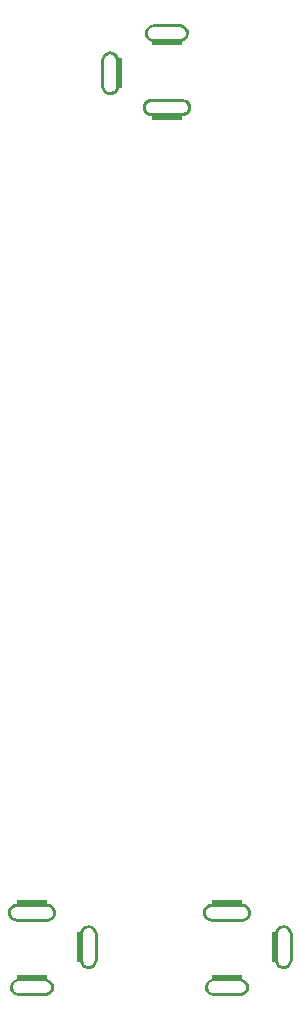
<source format=gtp>
G04 #@! TF.GenerationSoftware,KiCad,Pcbnew,(5.1.10)-1*
G04 #@! TF.CreationDate,2021-11-18T00:00:46-06:00*
G04 #@! TF.ProjectId,Kitty_Cannon_Schematic,4b697474-795f-4436-916e-6e6f6e5f5363,rev?*
G04 #@! TF.SameCoordinates,Original*
G04 #@! TF.FileFunction,Paste,Top*
G04 #@! TF.FilePolarity,Positive*
%FSLAX46Y46*%
G04 Gerber Fmt 4.6, Leading zero omitted, Abs format (unit mm)*
G04 Created by KiCad (PCBNEW (5.1.10)-1) date 2021-11-18 00:00:46*
%MOMM*%
%LPD*%
G01*
G04 APERTURE LIST*
%ADD10C,0.100000*%
%ADD11R,2.500000X0.500000*%
%ADD12R,0.500000X2.500000*%
G04 APERTURE END LIST*
D10*
G36*
X147231100Y-65113600D02*
G01*
X147231100Y-65363600D01*
X148331100Y-65363600D01*
X148331099Y-65363600D01*
X148525214Y-65338045D01*
X148706100Y-65263119D01*
X148861430Y-65143931D01*
X148980619Y-64988600D01*
X149081100Y-64613600D01*
X149055544Y-64419486D01*
X148980619Y-64238600D01*
X148861430Y-64083270D01*
X148706100Y-63964081D01*
X148331100Y-63863600D01*
X147231100Y-63863600D01*
X147231100Y-64113600D01*
X148331100Y-64113600D01*
X148485608Y-64138072D01*
X148624993Y-64209092D01*
X148735608Y-64319707D01*
X148831100Y-64613600D01*
X148831100Y-64613599D01*
X148806628Y-64768107D01*
X148735608Y-64907492D01*
X148624993Y-65018107D01*
X148331100Y-65113600D01*
X147231100Y-65113600D01*
G37*
G36*
X147231100Y-64113600D02*
G01*
X147231100Y-63863600D01*
X146131100Y-63863600D01*
X145936986Y-63889156D01*
X145756100Y-63964081D01*
X145600770Y-64083270D01*
X145481581Y-64238600D01*
X145406656Y-64419486D01*
X145381100Y-64613600D01*
X145381100Y-64613599D01*
X145406656Y-64807713D01*
X145481581Y-64988599D01*
X145600770Y-65143929D01*
X145756100Y-65263118D01*
X145936986Y-65338043D01*
X146131100Y-65363600D01*
X147231100Y-65363600D01*
X147231100Y-65113600D01*
X146131100Y-65113600D01*
X146131101Y-65113600D01*
X145976592Y-65089129D01*
X145837208Y-65018109D01*
X145726591Y-64907493D01*
X145655571Y-64768109D01*
X145631100Y-64613600D01*
X145655572Y-64459092D01*
X145726592Y-64319707D01*
X145837207Y-64209092D01*
X146131100Y-64113600D01*
X147231100Y-64113600D01*
G37*
G36*
X142931100Y-68013600D02*
G01*
X143181100Y-68013600D01*
X143181100Y-66913600D01*
X143155544Y-66719486D01*
X143080619Y-66538600D01*
X142961430Y-66383270D01*
X142806100Y-66264081D01*
X142431100Y-66163600D01*
X142236986Y-66189156D01*
X142056100Y-66264081D01*
X141900770Y-66383270D01*
X141781581Y-66538600D01*
X141706656Y-66719486D01*
X141681100Y-66913600D01*
X141681100Y-68013600D01*
X141931100Y-68013600D01*
X141931100Y-66913600D01*
X141955572Y-66759092D01*
X142026592Y-66619707D01*
X142137207Y-66509092D01*
X142431100Y-66413600D01*
X142585608Y-66438072D01*
X142724993Y-66509092D01*
X142835608Y-66619707D01*
X142931100Y-66913600D01*
X142931100Y-68013600D01*
G37*
G36*
X141931100Y-68013600D02*
G01*
X141681100Y-68013600D01*
X141681100Y-69113600D01*
X141706656Y-69307714D01*
X141781581Y-69488600D01*
X141900770Y-69643930D01*
X142056100Y-69763119D01*
X142236986Y-69838044D01*
X142431100Y-69863600D01*
X142625214Y-69838044D01*
X142806100Y-69763119D01*
X142961430Y-69643930D01*
X143080619Y-69488600D01*
X143155544Y-69307714D01*
X143181100Y-69113600D01*
X143181100Y-68013600D01*
X142931100Y-68013600D01*
X142931100Y-69113600D01*
X142906628Y-69268108D01*
X142835608Y-69407493D01*
X142724993Y-69518108D01*
X142431100Y-69613600D01*
X142276592Y-69589128D01*
X142137207Y-69518108D01*
X142026592Y-69407493D01*
X141931100Y-69113600D01*
X141931100Y-68013600D01*
G37*
G36*
X147231100Y-71413600D02*
G01*
X147231100Y-71663600D01*
X148531100Y-71663600D01*
X148725214Y-71638044D01*
X148906100Y-71563119D01*
X149061430Y-71443930D01*
X149180619Y-71288600D01*
X149255544Y-71107714D01*
X149281100Y-70913600D01*
X149255544Y-70719486D01*
X149180619Y-70538600D01*
X149061430Y-70383270D01*
X148906100Y-70264081D01*
X148531100Y-70163600D01*
X147231100Y-70163600D01*
X147231100Y-70413600D01*
X148531100Y-70413600D01*
X148685608Y-70438072D01*
X148824993Y-70509092D01*
X148935608Y-70619707D01*
X149031100Y-70913600D01*
X149006628Y-71068108D01*
X148935608Y-71207493D01*
X148824993Y-71318108D01*
X148531100Y-71413600D01*
X147231100Y-71413600D01*
G37*
G36*
X147231100Y-70413600D02*
G01*
X147231100Y-70163600D01*
X145931100Y-70163600D01*
X145736986Y-70189156D01*
X145556100Y-70264081D01*
X145400770Y-70383270D01*
X145281581Y-70538600D01*
X145206656Y-70719486D01*
X145181100Y-70913600D01*
X145206656Y-71107714D01*
X145281581Y-71288600D01*
X145400770Y-71443930D01*
X145556100Y-71563119D01*
X145736986Y-71638044D01*
X145931100Y-71663600D01*
X147231100Y-71663600D01*
X147231100Y-71413600D01*
X145931100Y-71413600D01*
X145776592Y-71389128D01*
X145637207Y-71318108D01*
X145526592Y-71207493D01*
X145431100Y-70913600D01*
X145455572Y-70759092D01*
X145526592Y-70619707D01*
X145637207Y-70509092D01*
X145931100Y-70413600D01*
X147231100Y-70413600D01*
G37*
G36*
X135801100Y-144893600D02*
G01*
X135801100Y-144643600D01*
X134701100Y-144643600D01*
X134701101Y-144643600D01*
X134506986Y-144669155D01*
X134326100Y-144744081D01*
X134170770Y-144863269D01*
X134051581Y-145018600D01*
X133951100Y-145393600D01*
X133976656Y-145587714D01*
X134051581Y-145768600D01*
X134170770Y-145923930D01*
X134326100Y-146043119D01*
X134701100Y-146143600D01*
X135801100Y-146143600D01*
X135801100Y-145893600D01*
X134701100Y-145893600D01*
X134546592Y-145869128D01*
X134407207Y-145798108D01*
X134296592Y-145687493D01*
X134201100Y-145393600D01*
X134201100Y-145393601D01*
X134225572Y-145239093D01*
X134296592Y-145099708D01*
X134407207Y-144989093D01*
X134701100Y-144893600D01*
X135801100Y-144893600D01*
G37*
G36*
X135801100Y-145893600D02*
G01*
X135801100Y-146143600D01*
X136901100Y-146143600D01*
X137095214Y-146118044D01*
X137276100Y-146043119D01*
X137431430Y-145923930D01*
X137550619Y-145768600D01*
X137625544Y-145587714D01*
X137651100Y-145393600D01*
X137651100Y-145393601D01*
X137625544Y-145199487D01*
X137550619Y-145018601D01*
X137431430Y-144863271D01*
X137276100Y-144744082D01*
X137095214Y-144669157D01*
X136901100Y-144643600D01*
X135801100Y-144643600D01*
X135801100Y-144893600D01*
X136901100Y-144893600D01*
X136901099Y-144893600D01*
X137055608Y-144918071D01*
X137194992Y-144989091D01*
X137305609Y-145099707D01*
X137376629Y-145239091D01*
X137401100Y-145393600D01*
X137376628Y-145548108D01*
X137305608Y-145687493D01*
X137194993Y-145798108D01*
X136901100Y-145893600D01*
X135801100Y-145893600D01*
G37*
G36*
X140101100Y-141993600D02*
G01*
X139851100Y-141993600D01*
X139851100Y-143093600D01*
X139876656Y-143287714D01*
X139951581Y-143468600D01*
X140070770Y-143623930D01*
X140226100Y-143743119D01*
X140601100Y-143843600D01*
X140795214Y-143818044D01*
X140976100Y-143743119D01*
X141131430Y-143623930D01*
X141250619Y-143468600D01*
X141325544Y-143287714D01*
X141351100Y-143093600D01*
X141351100Y-141993600D01*
X141101100Y-141993600D01*
X141101100Y-143093600D01*
X141076628Y-143248108D01*
X141005608Y-143387493D01*
X140894993Y-143498108D01*
X140601100Y-143593600D01*
X140446592Y-143569128D01*
X140307207Y-143498108D01*
X140196592Y-143387493D01*
X140101100Y-143093600D01*
X140101100Y-141993600D01*
G37*
G36*
X141101100Y-141993600D02*
G01*
X141351100Y-141993600D01*
X141351100Y-140893600D01*
X141325544Y-140699486D01*
X141250619Y-140518600D01*
X141131430Y-140363270D01*
X140976100Y-140244081D01*
X140795214Y-140169156D01*
X140601100Y-140143600D01*
X140406986Y-140169156D01*
X140226100Y-140244081D01*
X140070770Y-140363270D01*
X139951581Y-140518600D01*
X139876656Y-140699486D01*
X139851100Y-140893600D01*
X139851100Y-141993600D01*
X140101100Y-141993600D01*
X140101100Y-140893600D01*
X140125572Y-140739092D01*
X140196592Y-140599707D01*
X140307207Y-140489092D01*
X140601100Y-140393600D01*
X140755608Y-140418072D01*
X140894993Y-140489092D01*
X141005608Y-140599707D01*
X141101100Y-140893600D01*
X141101100Y-141993600D01*
G37*
G36*
X135801100Y-138593600D02*
G01*
X135801100Y-138343600D01*
X134501100Y-138343600D01*
X134306986Y-138369156D01*
X134126100Y-138444081D01*
X133970770Y-138563270D01*
X133851581Y-138718600D01*
X133776656Y-138899486D01*
X133751100Y-139093600D01*
X133776656Y-139287714D01*
X133851581Y-139468600D01*
X133970770Y-139623930D01*
X134126100Y-139743119D01*
X134501100Y-139843600D01*
X135801100Y-139843600D01*
X135801100Y-139593600D01*
X134501100Y-139593600D01*
X134346592Y-139569128D01*
X134207207Y-139498108D01*
X134096592Y-139387493D01*
X134001100Y-139093600D01*
X134025572Y-138939092D01*
X134096592Y-138799707D01*
X134207207Y-138689092D01*
X134501100Y-138593600D01*
X135801100Y-138593600D01*
G37*
G36*
X135801100Y-139593600D02*
G01*
X135801100Y-139843600D01*
X137101100Y-139843600D01*
X137295214Y-139818044D01*
X137476100Y-139743119D01*
X137631430Y-139623930D01*
X137750619Y-139468600D01*
X137825544Y-139287714D01*
X137851100Y-139093600D01*
X137825544Y-138899486D01*
X137750619Y-138718600D01*
X137631430Y-138563270D01*
X137476100Y-138444081D01*
X137295214Y-138369156D01*
X137101100Y-138343600D01*
X135801100Y-138343600D01*
X135801100Y-138593600D01*
X137101100Y-138593600D01*
X137255608Y-138618072D01*
X137394993Y-138689092D01*
X137505608Y-138799707D01*
X137601100Y-139093600D01*
X137576628Y-139248108D01*
X137505608Y-139387493D01*
X137394993Y-139498108D01*
X137101100Y-139593600D01*
X135801100Y-139593600D01*
G37*
G36*
X152311100Y-144893600D02*
G01*
X152311100Y-144643600D01*
X151211100Y-144643600D01*
X151211101Y-144643600D01*
X151016986Y-144669155D01*
X150836100Y-144744081D01*
X150680770Y-144863269D01*
X150561581Y-145018600D01*
X150461100Y-145393600D01*
X150486656Y-145587714D01*
X150561581Y-145768600D01*
X150680770Y-145923930D01*
X150836100Y-146043119D01*
X151211100Y-146143600D01*
X152311100Y-146143600D01*
X152311100Y-145893600D01*
X151211100Y-145893600D01*
X151056592Y-145869128D01*
X150917207Y-145798108D01*
X150806592Y-145687493D01*
X150711100Y-145393600D01*
X150711100Y-145393601D01*
X150735572Y-145239093D01*
X150806592Y-145099708D01*
X150917207Y-144989093D01*
X151211100Y-144893600D01*
X152311100Y-144893600D01*
G37*
G36*
X152311100Y-145893600D02*
G01*
X152311100Y-146143600D01*
X153411100Y-146143600D01*
X153605214Y-146118044D01*
X153786100Y-146043119D01*
X153941430Y-145923930D01*
X154060619Y-145768600D01*
X154135544Y-145587714D01*
X154161100Y-145393600D01*
X154161100Y-145393601D01*
X154135544Y-145199487D01*
X154060619Y-145018601D01*
X153941430Y-144863271D01*
X153786100Y-144744082D01*
X153605214Y-144669157D01*
X153411100Y-144643600D01*
X152311100Y-144643600D01*
X152311100Y-144893600D01*
X153411100Y-144893600D01*
X153411099Y-144893600D01*
X153565608Y-144918071D01*
X153704992Y-144989091D01*
X153815609Y-145099707D01*
X153886629Y-145239091D01*
X153911100Y-145393600D01*
X153886628Y-145548108D01*
X153815608Y-145687493D01*
X153704993Y-145798108D01*
X153411100Y-145893600D01*
X152311100Y-145893600D01*
G37*
G36*
X156611100Y-141993600D02*
G01*
X156361100Y-141993600D01*
X156361100Y-143093600D01*
X156386656Y-143287714D01*
X156461581Y-143468600D01*
X156580770Y-143623930D01*
X156736100Y-143743119D01*
X157111100Y-143843600D01*
X157305214Y-143818044D01*
X157486100Y-143743119D01*
X157641430Y-143623930D01*
X157760619Y-143468600D01*
X157835544Y-143287714D01*
X157861100Y-143093600D01*
X157861100Y-141993600D01*
X157611100Y-141993600D01*
X157611100Y-143093600D01*
X157586628Y-143248108D01*
X157515608Y-143387493D01*
X157404993Y-143498108D01*
X157111100Y-143593600D01*
X156956592Y-143569128D01*
X156817207Y-143498108D01*
X156706592Y-143387493D01*
X156611100Y-143093600D01*
X156611100Y-141993600D01*
G37*
G36*
X157611100Y-141993600D02*
G01*
X157861100Y-141993600D01*
X157861100Y-140893600D01*
X157835544Y-140699486D01*
X157760619Y-140518600D01*
X157641430Y-140363270D01*
X157486100Y-140244081D01*
X157305214Y-140169156D01*
X157111100Y-140143600D01*
X156916986Y-140169156D01*
X156736100Y-140244081D01*
X156580770Y-140363270D01*
X156461581Y-140518600D01*
X156386656Y-140699486D01*
X156361100Y-140893600D01*
X156361100Y-141993600D01*
X156611100Y-141993600D01*
X156611100Y-140893600D01*
X156635572Y-140739092D01*
X156706592Y-140599707D01*
X156817207Y-140489092D01*
X157111100Y-140393600D01*
X157265608Y-140418072D01*
X157404993Y-140489092D01*
X157515608Y-140599707D01*
X157611100Y-140893600D01*
X157611100Y-141993600D01*
G37*
G36*
X152311100Y-138593600D02*
G01*
X152311100Y-138343600D01*
X151011100Y-138343600D01*
X150816986Y-138369156D01*
X150636100Y-138444081D01*
X150480770Y-138563270D01*
X150361581Y-138718600D01*
X150286656Y-138899486D01*
X150261100Y-139093600D01*
X150286656Y-139287714D01*
X150361581Y-139468600D01*
X150480770Y-139623930D01*
X150636100Y-139743119D01*
X151011100Y-139843600D01*
X152311100Y-139843600D01*
X152311100Y-139593600D01*
X151011100Y-139593600D01*
X150856592Y-139569128D01*
X150717207Y-139498108D01*
X150606592Y-139387493D01*
X150511100Y-139093600D01*
X150535572Y-138939092D01*
X150606592Y-138799707D01*
X150717207Y-138689092D01*
X151011100Y-138593600D01*
X152311100Y-138593600D01*
G37*
G36*
X152311100Y-139593600D02*
G01*
X152311100Y-139843600D01*
X153611100Y-139843600D01*
X153805214Y-139818044D01*
X153986100Y-139743119D01*
X154141430Y-139623930D01*
X154260619Y-139468600D01*
X154335544Y-139287714D01*
X154361100Y-139093600D01*
X154335544Y-138899486D01*
X154260619Y-138718600D01*
X154141430Y-138563270D01*
X153986100Y-138444081D01*
X153805214Y-138369156D01*
X153611100Y-138343600D01*
X152311100Y-138343600D01*
X152311100Y-138593600D01*
X153611100Y-138593600D01*
X153765608Y-138618072D01*
X153904993Y-138689092D01*
X154015608Y-138799707D01*
X154111100Y-139093600D01*
X154086628Y-139248108D01*
X154015608Y-139387493D01*
X153904993Y-139498108D01*
X153611100Y-139593600D01*
X152311100Y-139593600D01*
G37*
D11*
X147231100Y-65363600D03*
D12*
X143181100Y-68013600D03*
D11*
X147231100Y-71713600D03*
X135801100Y-144643600D03*
D12*
X139851100Y-141993600D03*
D11*
X135801100Y-138293600D03*
X152311100Y-138293600D03*
D12*
X156361100Y-141993600D03*
D11*
X152311100Y-144643600D03*
M02*

</source>
